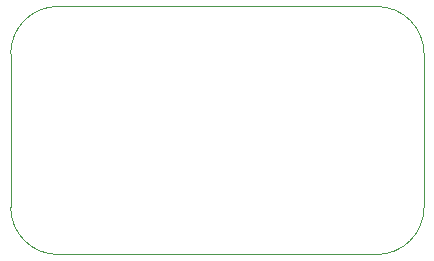
<source format=gbr>
%TF.GenerationSoftware,KiCad,Pcbnew,9.0.0-1.fc41*%
%TF.CreationDate,2025-04-21T01:51:52+02:00*%
%TF.ProjectId,relay_board,72656c61-795f-4626-9f61-72642e6b6963,rev?*%
%TF.SameCoordinates,Original*%
%TF.FileFunction,Profile,NP*%
%FSLAX46Y46*%
G04 Gerber Fmt 4.6, Leading zero omitted, Abs format (unit mm)*
G04 Created by KiCad (PCBNEW 9.0.0-1.fc41) date 2025-04-21 01:51:52*
%MOMM*%
%LPD*%
G01*
G04 APERTURE LIST*
%TA.AperFunction,Profile*%
%ADD10C,0.050000*%
%TD*%
G04 APERTURE END LIST*
D10*
X161000000Y-68000000D02*
G75*
G02*
X165000000Y-72000000I0J-4000000D01*
G01*
X130000000Y-72000000D02*
G75*
G02*
X134000000Y-68000000I4000000J0D01*
G01*
X134000000Y-89000000D02*
G75*
G02*
X130000000Y-85000000I0J4000000D01*
G01*
X130000000Y-85000000D02*
X130000000Y-72000000D01*
X165000000Y-85000000D02*
G75*
G02*
X161000000Y-89000000I-4000000J0D01*
G01*
X165000000Y-85000000D02*
X165000000Y-72000000D01*
X134000000Y-68000000D02*
X161000000Y-68000000D01*
X134000000Y-89000000D02*
X161000000Y-89000000D01*
M02*

</source>
